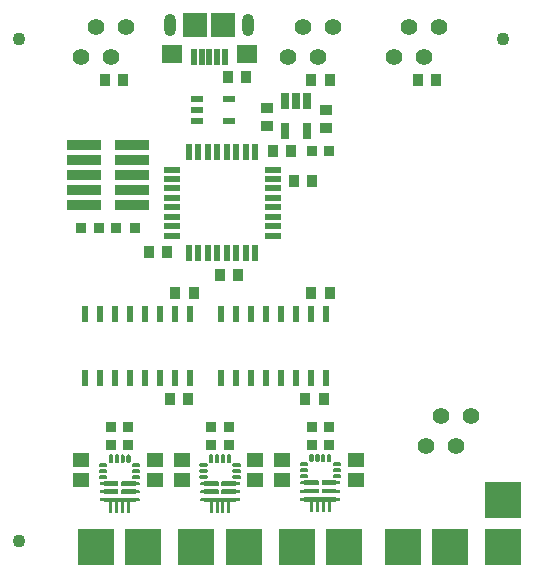
<source format=gbr>
%TF.GenerationSoftware,Altium Limited,Altium Designer,22.9.1 (49)*%
G04 Layer_Color=8388736*
%FSLAX45Y45*%
%MOMM*%
%TF.SameCoordinates,CD82FF21-FF23-4195-95DD-DD0BBBA1307D*%
%TF.FilePolarity,Negative*%
%TF.FileFunction,Soldermask,Top*%
%TF.Part,Single*%
G01*
G75*
%TA.AperFunction,SMDPad,CuDef*%
%ADD14R,1.00330X0.50800*%
%ADD16R,1.35890X0.50080*%
%ADD17R,0.50080X1.35890*%
%ADD28R,0.53340X1.46170*%
%ADD57R,0.96360X0.98900*%
%ADD58R,0.86200X0.91280*%
%ADD59R,0.91280X0.86200*%
%ADD60R,1.44620X1.16680*%
%TA.AperFunction,ComponentPad*%
%ADD63O,1.00000X1.90000*%
%ADD64C,1.40000*%
%ADD65C,0.10000*%
%TA.AperFunction,ViaPad*%
%ADD66C,1.10000*%
%TA.AperFunction,ConnectorPad*%
%ADD69R,1.70000X1.50000*%
%ADD70R,0.50000X1.45000*%
%TA.AperFunction,SMDPad,CuDef*%
%ADD71R,2.00000X2.00000*%
%ADD72R,3.10000X3.10000*%
%ADD73R,2.89000X0.84000*%
%ADD74R,0.90000X0.90000*%
%ADD75R,0.98900X0.96360*%
%ADD76R,0.70000X1.35000*%
%ADD77R,3.10000X3.10000*%
G36*
X3742500Y1727370D02*
X3742500Y1677370D01*
X3732500Y1667370D01*
X3717500Y1667370D01*
X3707500Y1677370D01*
X3707500Y1727370D01*
X3717500Y1737370D01*
X3732500Y1737370D01*
X3742500Y1727370D01*
X3742500Y1727370D02*
G37*
G36*
X3692500Y1727370D02*
X3692500Y1677370D01*
X3682500Y1667370D01*
X3667500Y1667370D01*
X3657500Y1677370D01*
X3657500Y1727370D01*
X3667500Y1737370D01*
X3682500Y1737370D01*
X3692500Y1727370D01*
X3692500Y1727370D02*
G37*
G36*
X3642500Y1727370D02*
X3642500Y1677370D01*
X3632500Y1667370D01*
X3617500Y1667370D01*
X3607500Y1677370D01*
X3607500Y1727370D01*
X3617500Y1737370D01*
X3632500Y1737370D01*
X3642500Y1727370D01*
X3642500Y1727370D02*
G37*
G36*
X3592500Y1727370D02*
X3592500Y1677370D01*
X3582500Y1667370D01*
X3567500Y1667370D01*
X3557500Y1677370D01*
X3557500Y1727370D01*
X3567500Y1737370D01*
X3582500Y1737370D01*
X3592500Y1727370D01*
X3592500Y1727370D02*
G37*
G36*
X2892500Y1722370D02*
X2892500Y1672370D01*
X2882500Y1662370D01*
X2867500Y1662370D01*
X2857500Y1672370D01*
X2857500Y1722370D01*
X2867500Y1732370D01*
X2882500Y1732370D01*
X2892500Y1722370D01*
X2892500Y1722370D02*
G37*
G36*
X2842500Y1722370D02*
X2842500Y1672370D01*
X2832500Y1662370D01*
X2817500Y1662370D01*
X2807500Y1672370D01*
X2807500Y1722370D01*
X2817500Y1732370D01*
X2832500Y1732370D01*
X2842500Y1722370D01*
X2842500Y1722370D02*
G37*
G36*
X2792500Y1722370D02*
X2792500Y1672370D01*
X2782500Y1662370D01*
X2767500Y1662370D01*
X2757500Y1672370D01*
X2757500Y1722370D01*
X2767500Y1732370D01*
X2782500Y1732370D01*
X2792500Y1722370D01*
X2792500Y1722370D02*
G37*
G36*
X2742500Y1722370D02*
X2742500Y1672370D01*
X2732500Y1662370D01*
X2717500Y1662370D01*
X2707500Y1672370D01*
X2707500Y1722370D01*
X2717500Y1732370D01*
X2732500Y1732370D01*
X2742500Y1722370D01*
X2742500Y1722370D02*
G37*
G36*
X2042500Y1722370D02*
X2042500Y1672370D01*
X2032500Y1662370D01*
X2017500Y1662370D01*
X2007500Y1672370D01*
X2007500Y1722370D01*
X2017500Y1732370D01*
X2032500Y1732370D01*
X2042500Y1722370D01*
X2042500Y1722370D02*
G37*
G36*
X1992500Y1722370D02*
X1992500Y1672370D01*
X1982500Y1662370D01*
X1967500Y1662370D01*
X1957500Y1672370D01*
X1957500Y1722370D01*
X1967500Y1732370D01*
X1982500Y1732370D01*
X1992500Y1722370D01*
X1992500Y1722370D02*
G37*
G36*
X1942500Y1722370D02*
X1942500Y1672370D01*
X1932500Y1662370D01*
X1917500Y1662370D01*
X1907500Y1672370D01*
X1907500Y1722370D01*
X1917500Y1732370D01*
X1932500Y1732370D01*
X1942500Y1722370D01*
X1942500Y1722370D02*
G37*
G36*
X1892500Y1722370D02*
X1892500Y1672370D01*
X1882500Y1662370D01*
X1867500Y1662370D01*
X1857500Y1672370D01*
X1857500Y1722370D01*
X1867500Y1732370D01*
X1882500Y1732370D01*
X1892500Y1722370D01*
X1892500Y1722370D02*
G37*
G36*
X3825000Y1657370D02*
X3825000Y1642370D01*
X3815000Y1632370D01*
X3765000Y1632370D01*
X3755000Y1642370D01*
X3755000Y1657370D01*
X3765000Y1667370D01*
X3815000Y1667370D01*
X3825000Y1657370D01*
X3825000Y1657370D02*
G37*
G36*
X3545000Y1657370D02*
X3545000Y1642370D01*
X3535000Y1632370D01*
X3485000Y1632370D01*
X3475000Y1642370D01*
X3475000Y1657370D01*
X3485000Y1667370D01*
X3535000Y1667370D01*
X3545000Y1657370D01*
X3545000Y1657370D02*
G37*
G36*
X2975000Y1652370D02*
X2975000Y1637370D01*
X2965000Y1627370D01*
X2915000Y1627370D01*
X2905000Y1637370D01*
X2905000Y1652370D01*
X2915000Y1662370D01*
X2965000Y1662370D01*
X2975000Y1652370D01*
X2975000Y1652370D02*
G37*
G36*
X2695000Y1652370D02*
X2695000Y1637370D01*
X2685000Y1627370D01*
X2635000Y1627370D01*
X2625000Y1637370D01*
X2625000Y1652370D01*
X2635000Y1662370D01*
X2685000Y1662370D01*
X2695000Y1652370D01*
X2695000Y1652370D02*
G37*
G36*
X2125000Y1652370D02*
X2125000Y1637370D01*
X2115000Y1627370D01*
X2065000Y1627370D01*
X2055000Y1637370D01*
X2055000Y1652370D01*
X2065000Y1662370D01*
X2115000Y1662370D01*
X2125000Y1652370D01*
X2125000Y1652370D02*
G37*
G36*
X1845000Y1652370D02*
X1845000Y1637370D01*
X1835000Y1627370D01*
X1785000Y1627370D01*
X1775000Y1637370D01*
X1775000Y1652370D01*
X1785000Y1662370D01*
X1835000Y1662370D01*
X1845000Y1652370D01*
X1845000Y1652370D02*
G37*
G36*
X3825000Y1607370D02*
X3825000Y1592370D01*
X3815000Y1582370D01*
X3765000Y1582370D01*
X3755000Y1592370D01*
X3755000Y1607370D01*
X3765000Y1617370D01*
X3815000Y1617370D01*
X3825000Y1607370D01*
X3825000Y1607370D02*
G37*
G36*
X3545000Y1607370D02*
X3545000Y1592370D01*
X3535000Y1582370D01*
X3485000Y1582370D01*
X3475000Y1592370D01*
X3475000Y1607370D01*
X3485000Y1617370D01*
X3535000Y1617370D01*
X3545000Y1607370D01*
X3545000Y1607370D02*
G37*
G36*
X2975000Y1602370D02*
X2975000Y1587370D01*
X2965000Y1577370D01*
X2915000Y1577370D01*
X2905000Y1587370D01*
X2905000Y1602370D01*
X2915000Y1612370D01*
X2965000Y1612370D01*
X2975000Y1602370D01*
X2975000Y1602370D02*
G37*
G36*
X2695000Y1602370D02*
X2695000Y1587370D01*
X2685000Y1577370D01*
X2635000Y1577370D01*
X2625000Y1587370D01*
X2625000Y1602370D01*
X2635000Y1612370D01*
X2685000Y1612370D01*
X2695000Y1602370D01*
X2695000Y1602370D02*
G37*
G36*
X2125000Y1602370D02*
X2125000Y1587370D01*
X2115000Y1577370D01*
X2065000Y1577370D01*
X2055000Y1587370D01*
X2055000Y1602370D01*
X2065000Y1612370D01*
X2115000Y1612370D01*
X2125000Y1602370D01*
X2125000Y1602370D02*
G37*
G36*
X1845000Y1602370D02*
X1845000Y1587370D01*
X1835000Y1577370D01*
X1785000Y1577370D01*
X1775000Y1587370D01*
X1775000Y1602370D01*
X1785000Y1612370D01*
X1835000Y1612370D01*
X1845000Y1602370D01*
X1845000Y1602370D02*
G37*
G36*
X3825000Y1557370D02*
X3825000Y1542370D01*
X3815000Y1532370D01*
X3765000Y1532370D01*
X3755000Y1542370D01*
X3755000Y1557370D01*
X3765000Y1567370D01*
X3815000Y1567370D01*
X3825000Y1557370D01*
X3825000Y1557370D02*
G37*
G36*
X3545000Y1557370D02*
X3545000Y1542370D01*
X3535000Y1532370D01*
X3485000Y1532370D01*
X3475000Y1542370D01*
X3475000Y1557370D01*
X3485000Y1567370D01*
X3535000Y1567370D01*
X3545000Y1557370D01*
X3545000Y1557370D02*
G37*
G36*
X2975000Y1552370D02*
X2975000Y1537370D01*
X2965000Y1527370D01*
X2915000Y1527370D01*
X2905000Y1537370D01*
X2905000Y1552370D01*
X2915000Y1562370D01*
X2965000Y1562370D01*
X2975000Y1552370D01*
X2975000Y1552370D02*
G37*
G36*
X2695000Y1552370D02*
X2695000Y1537370D01*
X2685000Y1527370D01*
X2635000Y1527370D01*
X2625000Y1537370D01*
X2625000Y1552370D01*
X2635000Y1562370D01*
X2685000Y1562370D01*
X2695000Y1552370D01*
X2695000Y1552370D02*
G37*
G36*
X2125000Y1552370D02*
X2125000Y1537370D01*
X2115000Y1527370D01*
X2065000Y1527370D01*
X2055000Y1537370D01*
X2055000Y1552370D01*
X2065000Y1562370D01*
X2115000Y1562370D01*
X2125000Y1552370D01*
X2125000Y1552370D02*
G37*
G36*
X1845000Y1552370D02*
X1845000Y1537370D01*
X1835000Y1527370D01*
X1785000Y1527370D01*
X1775000Y1537370D01*
X1775000Y1552370D01*
X1785000Y1562370D01*
X1835000Y1562370D01*
X1845000Y1552370D01*
X1845000Y1552370D02*
G37*
G36*
X3785000Y1504873D02*
X3815000Y1504873D01*
X3820000Y1499873D01*
X3820000Y1484873D01*
X3815000Y1479873D01*
X3785000Y1479873D01*
X3785000Y1472373D01*
X3667500Y1472373D01*
X3662500Y1477373D01*
X3662500Y1507373D01*
X3667500Y1512373D01*
X3785000Y1512373D01*
X3785000Y1504873D01*
X3785000Y1504873D02*
G37*
G36*
X3637500Y1507370D02*
X3637500Y1477370D01*
X3632500Y1472370D01*
X3515000Y1472370D01*
X3515000Y1479870D01*
X3485000Y1479870D01*
X3480000Y1484870D01*
X3480000Y1499870D01*
X3485000Y1504870D01*
X3515000Y1504870D01*
X3515000Y1512370D01*
X3632500Y1512370D01*
X3637500Y1507370D01*
X3637500Y1507370D02*
G37*
G36*
X2935000Y1499873D02*
X2965000Y1499873D01*
X2970000Y1494873D01*
X2970000Y1479873D01*
X2965000Y1474873D01*
X2935000Y1474873D01*
X2935000Y1467373D01*
X2817500Y1467373D01*
X2812500Y1472373D01*
X2812500Y1502373D01*
X2817500Y1507373D01*
X2935000Y1507373D01*
X2935000Y1499873D01*
X2935000Y1499873D02*
G37*
G36*
X2085000Y1499873D02*
X2115000Y1499873D01*
X2120000Y1494873D01*
X2120000Y1479873D01*
X2115000Y1474873D01*
X2085000Y1474873D01*
X2085000Y1467373D01*
X1967500Y1467373D01*
X1962500Y1472373D01*
X1962500Y1502373D01*
X1967500Y1507373D01*
X2085000Y1507373D01*
X2085000Y1499873D01*
X2085000Y1499873D02*
G37*
G36*
X2787500Y1502370D02*
X2787500Y1472370D01*
X2782500Y1467370D01*
X2665000Y1467370D01*
X2665000Y1474870D01*
X2635000Y1474870D01*
X2630000Y1479870D01*
X2630000Y1494870D01*
X2635000Y1499870D01*
X2665000Y1499870D01*
X2665000Y1507370D01*
X2782500Y1507370D01*
X2787500Y1502370D01*
X2787500Y1502370D02*
G37*
G36*
X1937500Y1502370D02*
X1937500Y1472370D01*
X1932500Y1467370D01*
X1815000Y1467370D01*
X1815000Y1474870D01*
X1785000Y1474870D01*
X1780000Y1479870D01*
X1780000Y1494870D01*
X1785000Y1499870D01*
X1815000Y1499870D01*
X1815000Y1507370D01*
X1932500Y1507370D01*
X1937500Y1502370D01*
X1937500Y1502370D02*
G37*
G36*
X3785000Y1434872D02*
X3815000Y1434872D01*
X3820000Y1429872D01*
X3820000Y1414872D01*
X3815000Y1409872D01*
X3785000Y1409872D01*
X3785000Y1402372D01*
X3667500Y1402372D01*
X3662500Y1407372D01*
X3662500Y1437372D01*
X3667500Y1442372D01*
X3785000Y1442372D01*
X3785000Y1434872D01*
X3785000Y1434872D02*
G37*
G36*
X3637503Y1437368D02*
X3637502Y1407369D01*
X3632503Y1402369D01*
X3515002Y1402369D01*
X3515002Y1409869D01*
X3485002Y1409869D01*
X3480002Y1414869D01*
X3480002Y1429869D01*
X3485002Y1434868D01*
X3515002Y1434869D01*
X3515002Y1442368D01*
X3632502Y1442368D01*
X3637503Y1437368D01*
X3637503Y1437368D02*
G37*
G36*
X2935000Y1429872D02*
X2965000Y1429872D01*
X2970000Y1424872D01*
X2970000Y1409872D01*
X2965000Y1404872D01*
X2935000Y1404872D01*
X2935000Y1397372D01*
X2817500Y1397372D01*
X2812500Y1402372D01*
X2812500Y1432372D01*
X2817500Y1437372D01*
X2935000Y1437372D01*
X2935000Y1429872D01*
X2935000Y1429872D02*
G37*
G36*
X2085000Y1429872D02*
X2115000Y1429872D01*
X2120000Y1424872D01*
X2120000Y1409872D01*
X2115000Y1404872D01*
X2085000Y1404872D01*
X2085000Y1397372D01*
X1967500Y1397372D01*
X1962500Y1402372D01*
X1962500Y1432372D01*
X1967500Y1437372D01*
X2085000Y1437372D01*
X2085000Y1429872D01*
X2085000Y1429872D02*
G37*
G36*
X2787502Y1432368D02*
X2787502Y1402369D01*
X2782502Y1397369D01*
X2665002Y1397369D01*
X2665002Y1404869D01*
X2635002Y1404869D01*
X2630002Y1409869D01*
X2630002Y1424869D01*
X2635002Y1429868D01*
X2665002Y1429869D01*
X2665002Y1437368D01*
X2782502Y1437368D01*
X2787502Y1432368D01*
X2787502Y1432368D02*
G37*
G36*
X1937502Y1432368D02*
X1937502Y1402369D01*
X1932502Y1397369D01*
X1815002Y1397369D01*
X1815002Y1404869D01*
X1785002Y1404869D01*
X1780002Y1409869D01*
X1780002Y1424869D01*
X1785002Y1429868D01*
X1815002Y1429869D01*
X1815002Y1437368D01*
X1932502Y1437368D01*
X1937502Y1432368D01*
X1937502Y1432368D02*
G37*
G36*
X3785000Y1364870D02*
X3815000Y1364870D01*
X3820000Y1359870D01*
X3820000Y1344870D01*
X3815000Y1339870D01*
X3785000Y1339870D01*
X3785000Y1332370D01*
X3737500Y1332370D01*
X3737500Y1247370D01*
X3732500Y1242370D01*
X3717500Y1242370D01*
X3712500Y1247370D01*
X3712500Y1332370D01*
X3687500Y1332370D01*
X3687500Y1247370D01*
X3682500Y1242370D01*
X3667500Y1242370D01*
X3662500Y1247370D01*
X3662500Y1332370D01*
X3637500Y1332370D01*
X3637500Y1247370D01*
X3632500Y1242370D01*
X3617500Y1242370D01*
X3612500Y1247370D01*
X3612500Y1332370D01*
X3587500Y1332370D01*
X3587500Y1247370D01*
X3582500Y1242370D01*
X3567500Y1242370D01*
X3562500Y1247370D01*
X3562500Y1332370D01*
X3515000Y1332370D01*
X3515000Y1339870D01*
X3485000Y1339870D01*
X3480000Y1344870D01*
X3480000Y1359870D01*
X3485000Y1364870D01*
X3515000Y1364870D01*
X3515000Y1372370D01*
X3785000Y1372370D01*
X3785000Y1364870D01*
X3785000Y1364870D02*
G37*
G36*
X2935000Y1359870D02*
X2965000Y1359870D01*
X2970000Y1354870D01*
X2970000Y1339870D01*
X2965000Y1334870D01*
X2935000Y1334870D01*
X2935000Y1327370D01*
X2887500Y1327370D01*
X2887500Y1242370D01*
X2882500Y1237370D01*
X2867500Y1237370D01*
X2862500Y1242370D01*
X2862500Y1327370D01*
X2837500Y1327370D01*
X2837500Y1242370D01*
X2832500Y1237370D01*
X2817500Y1237370D01*
X2812500Y1242370D01*
X2812500Y1327370D01*
X2787500Y1327370D01*
X2787500Y1242370D01*
X2782500Y1237370D01*
X2767500Y1237370D01*
X2762500Y1242370D01*
X2762500Y1327370D01*
X2737500Y1327370D01*
X2737500Y1242370D01*
X2732500Y1237370D01*
X2717500Y1237370D01*
X2712500Y1242370D01*
X2712500Y1327370D01*
X2665000Y1327370D01*
X2665000Y1334870D01*
X2635000Y1334870D01*
X2630000Y1339870D01*
X2630000Y1354870D01*
X2635000Y1359870D01*
X2665000Y1359870D01*
X2665000Y1367370D01*
X2935000Y1367370D01*
X2935000Y1359870D01*
X2935000Y1359870D02*
G37*
G36*
X2085000Y1359870D02*
X2115000Y1359870D01*
X2120000Y1354870D01*
X2120000Y1339870D01*
X2115000Y1334870D01*
X2085000Y1334870D01*
X2085000Y1327370D01*
X2037500Y1327370D01*
X2037500Y1242370D01*
X2032500Y1237370D01*
X2017500Y1237370D01*
X2012500Y1242370D01*
X2012500Y1327370D01*
X1987500Y1327370D01*
X1987500Y1242370D01*
X1982500Y1237370D01*
X1967500Y1237370D01*
X1962500Y1242370D01*
X1962500Y1327370D01*
X1937500Y1327370D01*
X1937500Y1242370D01*
X1932500Y1237370D01*
X1917500Y1237370D01*
X1912500Y1242370D01*
X1912500Y1327370D01*
X1887500Y1327370D01*
X1887500Y1242370D01*
X1882500Y1237370D01*
X1867500Y1237370D01*
X1862500Y1242370D01*
X1862500Y1327370D01*
X1815000Y1327370D01*
X1815000Y1334870D01*
X1785000Y1334870D01*
X1780000Y1339870D01*
X1780000Y1354870D01*
X1785000Y1359870D01*
X1815000Y1359870D01*
X1815000Y1367370D01*
X2085000Y1367370D01*
X2085000Y1359870D01*
X2085000Y1359870D02*
G37*
D14*
X2879625Y4744860D02*
D03*
X2879625Y4554860D02*
D03*
X2609115Y4554860D02*
D03*
X2609115Y4649860D02*
D03*
X2609115Y4744860D02*
D03*
D16*
X2389660Y3664860D02*
D03*
X2389660Y3744860D02*
D03*
X2389660Y3824860D02*
D03*
X2389660Y3904860D02*
D03*
X2389660Y3984860D02*
D03*
X2389660Y4064860D02*
D03*
X2389660Y4144860D02*
D03*
X3244370Y4064860D02*
D03*
X3244370Y3904860D02*
D03*
X3244370Y3824860D02*
D03*
X3244370Y3744860D02*
D03*
X3244370Y3664860D02*
D03*
X3244370Y3584860D02*
D03*
X2389660Y3584860D02*
D03*
X3244370Y4144860D02*
D03*
X3244370Y3984860D02*
D03*
D17*
X2537015Y4292215D02*
D03*
X2617015Y4292215D02*
D03*
X2697015Y4292215D02*
D03*
X2777015Y4292215D02*
D03*
X2857015Y4292215D02*
D03*
X2937015Y4292215D02*
D03*
X3017015Y4292215D02*
D03*
X3097015Y4292215D02*
D03*
X3097015Y3437505D02*
D03*
X3017015Y3437505D02*
D03*
X2937015Y3437505D02*
D03*
X2857015Y3437505D02*
D03*
X2777015Y3437505D02*
D03*
X2697015Y3437505D02*
D03*
X2617015Y3437505D02*
D03*
X2537015Y3437505D02*
D03*
D28*
X3694500Y2377525D02*
D03*
X3567500Y2377525D02*
D03*
X3440500Y2377525D02*
D03*
X3313500Y2377525D02*
D03*
X3186500Y2377525D02*
D03*
X3059500Y2377525D02*
D03*
X2932500Y2377525D02*
D03*
X2805500Y2377525D02*
D03*
X2932500Y2922475D02*
D03*
X3059500Y2922475D02*
D03*
X3186500Y2922475D02*
D03*
X3313500Y2922475D02*
D03*
X3440500Y2922475D02*
D03*
X3694500Y2922475D02*
D03*
X3567500Y2922475D02*
D03*
X2805500Y2922475D02*
D03*
X2544500Y2377525D02*
D03*
X2417500Y2377525D02*
D03*
X2290500Y2377525D02*
D03*
X2163500Y2377525D02*
D03*
X2036500Y2377525D02*
D03*
X1909500Y2377525D02*
D03*
X1782500Y2377525D02*
D03*
X1655500Y2377525D02*
D03*
X1782500Y2922475D02*
D03*
X1909500Y2922475D02*
D03*
X2036500Y2922475D02*
D03*
X2163500Y2922475D02*
D03*
X2290500Y2922475D02*
D03*
X2544500Y2922475D02*
D03*
X1655500Y2922475D02*
D03*
X2417500Y2922475D02*
D03*
D57*
X3402470Y4300000D02*
D03*
X3247530Y4300000D02*
D03*
X3522530Y2200000D02*
D03*
X3677470Y2200000D02*
D03*
X3727470Y3100000D02*
D03*
X3572530Y3100000D02*
D03*
X2866900Y4924860D02*
D03*
X3021840Y4924860D02*
D03*
X2954940Y3250000D02*
D03*
X2800000Y3250000D02*
D03*
X2422530Y3100000D02*
D03*
X2577470Y3100000D02*
D03*
X3577470Y4050000D02*
D03*
X3422530Y4050000D02*
D03*
X2527470Y2200000D02*
D03*
X2372530Y2200000D02*
D03*
X4627470Y4900000D02*
D03*
X4472530Y4900000D02*
D03*
X3727470Y4900000D02*
D03*
X3572530Y4900000D02*
D03*
X1977470Y4900000D02*
D03*
X1822530Y4900000D02*
D03*
X2352470Y3450000D02*
D03*
X2197530Y3450000D02*
D03*
D58*
X2077470Y3650000D02*
D03*
X1922530Y3650000D02*
D03*
D59*
X2725000Y1964970D02*
D03*
X2725000Y1810030D02*
D03*
X2875000Y1964840D02*
D03*
X2875000Y1809900D02*
D03*
X3725000Y1964840D02*
D03*
X3725000Y1809900D02*
D03*
X3575000Y1964840D02*
D03*
X3575000Y1809900D02*
D03*
X2025000Y1809900D02*
D03*
X2025000Y1964840D02*
D03*
X1875000Y1809900D02*
D03*
X1875000Y1964840D02*
D03*
D60*
X2475000Y1687630D02*
D03*
X2475000Y1512370D02*
D03*
X3100000Y1512370D02*
D03*
X3100000Y1687630D02*
D03*
X3325000Y1687630D02*
D03*
X3325000Y1512370D02*
D03*
X3950000Y1687630D02*
D03*
X3950000Y1512370D02*
D03*
X2250000Y1512370D02*
D03*
X2250000Y1687630D02*
D03*
X1625000Y1512370D02*
D03*
X1625000Y1687630D02*
D03*
D63*
X2379370Y5367360D02*
D03*
X3039370Y5367360D02*
D03*
D64*
X1877000Y5096000D02*
D03*
X1750000Y5350000D02*
D03*
X1623000Y5096000D02*
D03*
X2004000Y5350000D02*
D03*
X4927000Y2054000D02*
D03*
X4800000Y1800000D02*
D03*
X4673000Y2054000D02*
D03*
X4546000Y1800000D02*
D03*
X3754000Y5350000D02*
D03*
X3627000Y5096000D02*
D03*
X3500000Y5350000D02*
D03*
X3373000Y5096000D02*
D03*
X4654000Y5350000D02*
D03*
X4527000Y5096000D02*
D03*
X4400000Y5350000D02*
D03*
X4273000Y5096000D02*
D03*
D65*
X2144000Y5170000D02*
D03*
X4406000Y1980000D02*
D03*
X3894000Y5170000D02*
D03*
X4794000Y5170000D02*
D03*
D66*
X1100000Y5250000D02*
D03*
X1100000Y1000000D02*
D03*
X5200000Y5250000D02*
D03*
D69*
X3029370Y5122360D02*
D03*
X2389370Y5122360D02*
D03*
D70*
X2839370Y5099860D02*
D03*
X2774370Y5099860D02*
D03*
X2709370Y5099860D02*
D03*
X2644370Y5099860D02*
D03*
X2579370Y5099860D02*
D03*
D71*
X2589370Y5367360D02*
D03*
X2829370Y5367360D02*
D03*
D72*
X4750000Y950000D02*
D03*
X4350000Y950000D02*
D03*
X3450000Y950000D02*
D03*
X3850000Y950000D02*
D03*
X5200000Y1350000D02*
D03*
X5200000Y950000D02*
D03*
X2150000Y950000D02*
D03*
X3000000Y950000D02*
D03*
D73*
X2053500Y4100000D02*
D03*
X1646500Y3973000D02*
D03*
X2053500Y3973000D02*
D03*
X2053500Y3846000D02*
D03*
X1646500Y4354000D02*
D03*
X2053500Y4354000D02*
D03*
X2053500Y4227000D02*
D03*
X1646500Y4227000D02*
D03*
X1646500Y3846000D02*
D03*
X1646500Y4100000D02*
D03*
D74*
X1625000Y3650000D02*
D03*
X1775000Y3650000D02*
D03*
X3575000Y4300000D02*
D03*
X3725000Y4300000D02*
D03*
D75*
X3200000Y4667470D02*
D03*
X3200000Y4512530D02*
D03*
X3700000Y4497530D02*
D03*
X3700000Y4652470D02*
D03*
D76*
X3540000Y4722621D02*
D03*
X3445000Y4722621D02*
D03*
X3350000Y4722621D02*
D03*
X3350000Y4472621D02*
D03*
X3540000Y4472621D02*
D03*
D77*
X1750000Y950000D02*
D03*
X2600000Y950000D02*
D03*
%TF.MD5,e9ffba1cec0daa9185cbe6f5121f8d85*%
M02*

</source>
